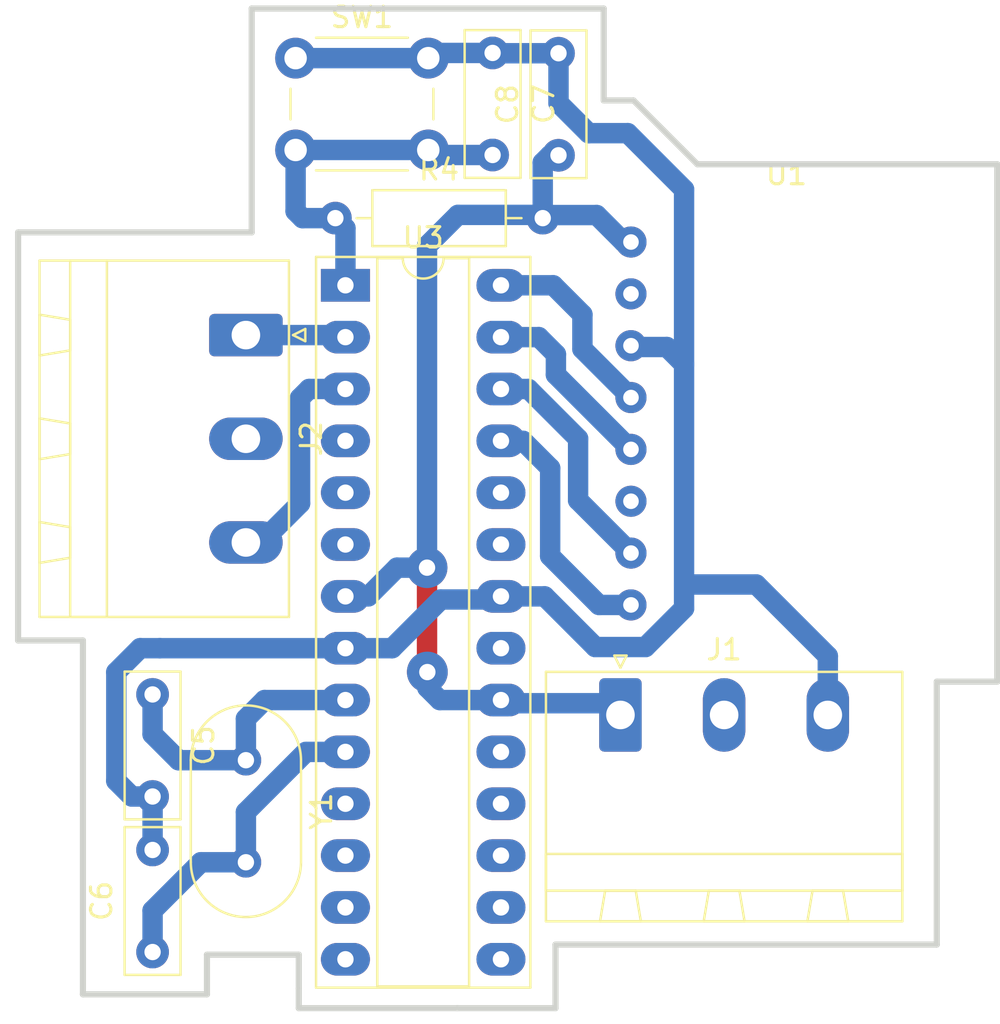
<source format=kicad_pcb>
(kicad_pcb (version 20171130) (host pcbnew "(5.1.6)-1")

  (general
    (thickness 1.6)
    (drawings 22)
    (tracks 103)
    (zones 0)
    (modules 11)
    (nets 31)
  )

  (page A4)
  (layers
    (0 F.Cu signal)
    (31 B.Cu signal)
    (32 B.Adhes user)
    (33 F.Adhes user)
    (34 B.Paste user)
    (35 F.Paste user)
    (36 B.SilkS user)
    (37 F.SilkS user)
    (38 B.Mask user)
    (39 F.Mask user)
    (40 Dwgs.User user)
    (41 Cmts.User user)
    (42 Eco1.User user)
    (43 Eco2.User user)
    (44 Edge.Cuts user)
    (45 Margin user)
    (46 B.CrtYd user)
    (47 F.CrtYd user)
    (48 B.Fab user)
    (49 F.Fab user)
  )

  (setup
    (last_trace_width 1)
    (user_trace_width 1)
    (trace_clearance 0.2)
    (zone_clearance 0.508)
    (zone_45_only no)
    (trace_min 0.2)
    (via_size 0.8)
    (via_drill 0.4)
    (via_min_size 0.4)
    (via_min_drill 0.3)
    (user_via 2 0.8)
    (uvia_size 0.3)
    (uvia_drill 0.1)
    (uvias_allowed no)
    (uvia_min_size 0.2)
    (uvia_min_drill 0.1)
    (edge_width 0.3)
    (segment_width 0.2)
    (pcb_text_width 0.3)
    (pcb_text_size 1.5 1.5)
    (mod_edge_width 0.12)
    (mod_text_size 1 1)
    (mod_text_width 0.15)
    (pad_size 1.524 1.524)
    (pad_drill 0.762)
    (pad_to_mask_clearance 0.05)
    (aux_axis_origin 0 0)
    (visible_elements FFFFFF7F)
    (pcbplotparams
      (layerselection 0x010fc_ffffffff)
      (usegerberextensions false)
      (usegerberattributes true)
      (usegerberadvancedattributes true)
      (creategerberjobfile true)
      (excludeedgelayer true)
      (linewidth 0.100000)
      (plotframeref false)
      (viasonmask false)
      (mode 1)
      (useauxorigin false)
      (hpglpennumber 1)
      (hpglpenspeed 20)
      (hpglpendiameter 15.000000)
      (psnegative false)
      (psa4output false)
      (plotreference true)
      (plotvalue true)
      (plotinvisibletext false)
      (padsonsilk false)
      (subtractmaskfromsilk false)
      (outputformat 1)
      (mirror false)
      (drillshape 1)
      (scaleselection 1)
      (outputdirectory ""))
  )

  (net 0 "")
  (net 1 /GND)
  (net 2 "Net-(C5-Pad1)")
  (net 3 "Net-(C6-Pad1)")
  (net 4 "Net-(C7-Pad2)")
  (net 5 /5V)
  (net 6 "Net-(J1-Pad2)")
  (net 7 /TX)
  (net 8 "Net-(J2-Pad2)")
  (net 9 /RX)
  (net 10 "Net-(U1-Pad2)")
  (net 11 /SCL)
  (net 12 /SDA)
  (net 13 "Net-(U1-Pad6)")
  (net 14 /INTA)
  (net 15 /DRDY)
  (net 16 "Net-(U3-Pad15)")
  (net 17 "Net-(U3-Pad16)")
  (net 18 "Net-(U3-Pad17)")
  (net 19 "Net-(U3-Pad4)")
  (net 20 "Net-(U3-Pad18)")
  (net 21 "Net-(U3-Pad5)")
  (net 22 "Net-(U3-Pad19)")
  (net 23 "Net-(U3-Pad6)")
  (net 24 "Net-(U3-Pad21)")
  (net 25 "Net-(U3-Pad23)")
  (net 26 "Net-(U3-Pad24)")
  (net 27 "Net-(U3-Pad11)")
  (net 28 "Net-(U3-Pad12)")
  (net 29 "Net-(U3-Pad13)")
  (net 30 "Net-(U3-Pad14)")

  (net_class Default "This is the default net class."
    (clearance 0.2)
    (trace_width 0.25)
    (via_dia 0.8)
    (via_drill 0.4)
    (uvia_dia 0.3)
    (uvia_drill 0.1)
    (add_net /5V)
    (add_net /DRDY)
    (add_net /GND)
    (add_net /INTA)
    (add_net /RX)
    (add_net /SCL)
    (add_net /SDA)
    (add_net /TX)
    (add_net "Net-(C5-Pad1)")
    (add_net "Net-(C6-Pad1)")
    (add_net "Net-(C7-Pad2)")
    (add_net "Net-(J1-Pad2)")
    (add_net "Net-(J2-Pad2)")
    (add_net "Net-(U1-Pad2)")
    (add_net "Net-(U1-Pad6)")
    (add_net "Net-(U3-Pad11)")
    (add_net "Net-(U3-Pad12)")
    (add_net "Net-(U3-Pad13)")
    (add_net "Net-(U3-Pad14)")
    (add_net "Net-(U3-Pad15)")
    (add_net "Net-(U3-Pad16)")
    (add_net "Net-(U3-Pad17)")
    (add_net "Net-(U3-Pad18)")
    (add_net "Net-(U3-Pad19)")
    (add_net "Net-(U3-Pad21)")
    (add_net "Net-(U3-Pad23)")
    (add_net "Net-(U3-Pad24)")
    (add_net "Net-(U3-Pad4)")
    (add_net "Net-(U3-Pad5)")
    (add_net "Net-(U3-Pad6)")
  )

  (module Capacitor_THT:C_Disc_D7.0mm_W2.5mm_P5.00mm (layer F.Cu) (tedit 5AE50EF0) (tstamp 5FCCE448)
    (at 116.078 83.392 270)
    (descr "C, Disc series, Radial, pin pitch=5.00mm, , diameter*width=7*2.5mm^2, Capacitor, http://cdn-reichelt.de/documents/datenblatt/B300/DS_KERKO_TC.pdf")
    (tags "C Disc series Radial pin pitch 5.00mm  diameter 7mm width 2.5mm Capacitor")
    (path /5F0302DD)
    (fp_text reference C5 (at 2.5 -2.5 90) (layer F.SilkS)
      (effects (font (size 1 1) (thickness 0.15)))
    )
    (fp_text value 22P (at 2.5 2.5 90) (layer F.Fab)
      (effects (font (size 1 1) (thickness 0.15)))
    )
    (fp_text user %R (at 2.5 0 90) (layer F.Fab)
      (effects (font (size 1 1) (thickness 0.15)))
    )
    (fp_line (start -1 -1.25) (end -1 1.25) (layer F.Fab) (width 0.1))
    (fp_line (start -1 1.25) (end 6 1.25) (layer F.Fab) (width 0.1))
    (fp_line (start 6 1.25) (end 6 -1.25) (layer F.Fab) (width 0.1))
    (fp_line (start 6 -1.25) (end -1 -1.25) (layer F.Fab) (width 0.1))
    (fp_line (start -1.12 -1.37) (end 6.12 -1.37) (layer F.SilkS) (width 0.12))
    (fp_line (start -1.12 1.37) (end 6.12 1.37) (layer F.SilkS) (width 0.12))
    (fp_line (start -1.12 -1.37) (end -1.12 1.37) (layer F.SilkS) (width 0.12))
    (fp_line (start 6.12 -1.37) (end 6.12 1.37) (layer F.SilkS) (width 0.12))
    (fp_line (start -1.25 -1.5) (end -1.25 1.5) (layer F.CrtYd) (width 0.05))
    (fp_line (start -1.25 1.5) (end 6.25 1.5) (layer F.CrtYd) (width 0.05))
    (fp_line (start 6.25 1.5) (end 6.25 -1.5) (layer F.CrtYd) (width 0.05))
    (fp_line (start 6.25 -1.5) (end -1.25 -1.5) (layer F.CrtYd) (width 0.05))
    (pad 2 thru_hole circle (at 5 0 270) (size 1.6 1.6) (drill 0.8) (layers *.Cu *.Mask)
      (net 1 /GND))
    (pad 1 thru_hole circle (at 0 0 270) (size 1.6 1.6) (drill 0.8) (layers *.Cu *.Mask)
      (net 2 "Net-(C5-Pad1)"))
    (model ${KISYS3DMOD}/Capacitor_THT.3dshapes/C_Disc_D7.0mm_W2.5mm_P5.00mm.wrl
      (at (xyz 0 0 0))
      (scale (xyz 1 1 1))
      (rotate (xyz 0 0 0))
    )
  )

  (module Capacitor_THT:C_Disc_D7.0mm_W2.5mm_P5.00mm (layer F.Cu) (tedit 5AE50EF0) (tstamp 5FCCE45B)
    (at 116.078 96.012 90)
    (descr "C, Disc series, Radial, pin pitch=5.00mm, , diameter*width=7*2.5mm^2, Capacitor, http://cdn-reichelt.de/documents/datenblatt/B300/DS_KERKO_TC.pdf")
    (tags "C Disc series Radial pin pitch 5.00mm  diameter 7mm width 2.5mm Capacitor")
    (path /5F0302D7)
    (fp_text reference C6 (at 2.5 -2.5 90) (layer F.SilkS)
      (effects (font (size 1 1) (thickness 0.15)))
    )
    (fp_text value 22P (at 2.5 2.5 90) (layer F.Fab)
      (effects (font (size 1 1) (thickness 0.15)))
    )
    (fp_line (start 6.25 -1.5) (end -1.25 -1.5) (layer F.CrtYd) (width 0.05))
    (fp_line (start 6.25 1.5) (end 6.25 -1.5) (layer F.CrtYd) (width 0.05))
    (fp_line (start -1.25 1.5) (end 6.25 1.5) (layer F.CrtYd) (width 0.05))
    (fp_line (start -1.25 -1.5) (end -1.25 1.5) (layer F.CrtYd) (width 0.05))
    (fp_line (start 6.12 -1.37) (end 6.12 1.37) (layer F.SilkS) (width 0.12))
    (fp_line (start -1.12 -1.37) (end -1.12 1.37) (layer F.SilkS) (width 0.12))
    (fp_line (start -1.12 1.37) (end 6.12 1.37) (layer F.SilkS) (width 0.12))
    (fp_line (start -1.12 -1.37) (end 6.12 -1.37) (layer F.SilkS) (width 0.12))
    (fp_line (start 6 -1.25) (end -1 -1.25) (layer F.Fab) (width 0.1))
    (fp_line (start 6 1.25) (end 6 -1.25) (layer F.Fab) (width 0.1))
    (fp_line (start -1 1.25) (end 6 1.25) (layer F.Fab) (width 0.1))
    (fp_line (start -1 -1.25) (end -1 1.25) (layer F.Fab) (width 0.1))
    (fp_text user %R (at 2.5 0 90) (layer F.Fab)
      (effects (font (size 1 1) (thickness 0.15)))
    )
    (pad 1 thru_hole circle (at 0 0 90) (size 1.6 1.6) (drill 0.8) (layers *.Cu *.Mask)
      (net 3 "Net-(C6-Pad1)"))
    (pad 2 thru_hole circle (at 5 0 90) (size 1.6 1.6) (drill 0.8) (layers *.Cu *.Mask)
      (net 1 /GND))
    (model ${KISYS3DMOD}/Capacitor_THT.3dshapes/C_Disc_D7.0mm_W2.5mm_P5.00mm.wrl
      (at (xyz 0 0 0))
      (scale (xyz 1 1 1))
      (rotate (xyz 0 0 0))
    )
  )

  (module Capacitor_THT:C_Disc_D7.0mm_W2.5mm_P5.00mm (layer F.Cu) (tedit 5AE50EF0) (tstamp 5FCCE46E)
    (at 132.73786 51.96332 270)
    (descr "C, Disc series, Radial, pin pitch=5.00mm, , diameter*width=7*2.5mm^2, Capacitor, http://cdn-reichelt.de/documents/datenblatt/B300/DS_KERKO_TC.pdf")
    (tags "C Disc series Radial pin pitch 5.00mm  diameter 7mm width 2.5mm Capacitor")
    (path /5F03030C)
    (fp_text reference C7 (at 2.5 -2.5 90) (layer F.SilkS)
      (effects (font (size 1 1) (thickness 0.15)))
    )
    (fp_text value 104 (at 2.5 2.5 90) (layer F.Fab)
      (effects (font (size 1 1) (thickness 0.15)))
    )
    (fp_text user %R (at 2.5 0 90) (layer F.Fab)
      (effects (font (size 1 1) (thickness 0.15)))
    )
    (fp_line (start -1 -1.25) (end -1 1.25) (layer F.Fab) (width 0.1))
    (fp_line (start -1 1.25) (end 6 1.25) (layer F.Fab) (width 0.1))
    (fp_line (start 6 1.25) (end 6 -1.25) (layer F.Fab) (width 0.1))
    (fp_line (start 6 -1.25) (end -1 -1.25) (layer F.Fab) (width 0.1))
    (fp_line (start -1.12 -1.37) (end 6.12 -1.37) (layer F.SilkS) (width 0.12))
    (fp_line (start -1.12 1.37) (end 6.12 1.37) (layer F.SilkS) (width 0.12))
    (fp_line (start -1.12 -1.37) (end -1.12 1.37) (layer F.SilkS) (width 0.12))
    (fp_line (start 6.12 -1.37) (end 6.12 1.37) (layer F.SilkS) (width 0.12))
    (fp_line (start -1.25 -1.5) (end -1.25 1.5) (layer F.CrtYd) (width 0.05))
    (fp_line (start -1.25 1.5) (end 6.25 1.5) (layer F.CrtYd) (width 0.05))
    (fp_line (start 6.25 1.5) (end 6.25 -1.5) (layer F.CrtYd) (width 0.05))
    (fp_line (start 6.25 -1.5) (end -1.25 -1.5) (layer F.CrtYd) (width 0.05))
    (pad 2 thru_hole circle (at 5 0 270) (size 1.6 1.6) (drill 0.8) (layers *.Cu *.Mask)
      (net 4 "Net-(C7-Pad2)"))
    (pad 1 thru_hole circle (at 0 0 270) (size 1.6 1.6) (drill 0.8) (layers *.Cu *.Mask)
      (net 1 /GND))
    (model ${KISYS3DMOD}/Capacitor_THT.3dshapes/C_Disc_D7.0mm_W2.5mm_P5.00mm.wrl
      (at (xyz 0 0 0))
      (scale (xyz 1 1 1))
      (rotate (xyz 0 0 0))
    )
  )

  (module Capacitor_THT:C_Disc_D7.0mm_W2.5mm_P5.00mm (layer F.Cu) (tedit 5AE50EF0) (tstamp 5FCCE481)
    (at 135.9662 56.97728 90)
    (descr "C, Disc series, Radial, pin pitch=5.00mm, , diameter*width=7*2.5mm^2, Capacitor, http://cdn-reichelt.de/documents/datenblatt/B300/DS_KERKO_TC.pdf")
    (tags "C Disc series Radial pin pitch 5.00mm  diameter 7mm width 2.5mm Capacitor")
    (path /5F0302B9)
    (fp_text reference C8 (at 2.5 -2.5 90) (layer F.SilkS)
      (effects (font (size 1 1) (thickness 0.15)))
    )
    (fp_text value 0.1UF (at 2.5 2.5 90) (layer F.Fab)
      (effects (font (size 1 1) (thickness 0.15)))
    )
    (fp_line (start 6.25 -1.5) (end -1.25 -1.5) (layer F.CrtYd) (width 0.05))
    (fp_line (start 6.25 1.5) (end 6.25 -1.5) (layer F.CrtYd) (width 0.05))
    (fp_line (start -1.25 1.5) (end 6.25 1.5) (layer F.CrtYd) (width 0.05))
    (fp_line (start -1.25 -1.5) (end -1.25 1.5) (layer F.CrtYd) (width 0.05))
    (fp_line (start 6.12 -1.37) (end 6.12 1.37) (layer F.SilkS) (width 0.12))
    (fp_line (start -1.12 -1.37) (end -1.12 1.37) (layer F.SilkS) (width 0.12))
    (fp_line (start -1.12 1.37) (end 6.12 1.37) (layer F.SilkS) (width 0.12))
    (fp_line (start -1.12 -1.37) (end 6.12 -1.37) (layer F.SilkS) (width 0.12))
    (fp_line (start 6 -1.25) (end -1 -1.25) (layer F.Fab) (width 0.1))
    (fp_line (start 6 1.25) (end 6 -1.25) (layer F.Fab) (width 0.1))
    (fp_line (start -1 1.25) (end 6 1.25) (layer F.Fab) (width 0.1))
    (fp_line (start -1 -1.25) (end -1 1.25) (layer F.Fab) (width 0.1))
    (fp_text user %R (at 2.5 0 90) (layer F.Fab)
      (effects (font (size 1 1) (thickness 0.15)))
    )
    (pad 1 thru_hole circle (at 0 0 90) (size 1.6 1.6) (drill 0.8) (layers *.Cu *.Mask)
      (net 5 /5V))
    (pad 2 thru_hole circle (at 5 0 90) (size 1.6 1.6) (drill 0.8) (layers *.Cu *.Mask)
      (net 1 /GND))
    (model ${KISYS3DMOD}/Capacitor_THT.3dshapes/C_Disc_D7.0mm_W2.5mm_P5.00mm.wrl
      (at (xyz 0 0 0))
      (scale (xyz 1 1 1))
      (rotate (xyz 0 0 0))
    )
  )

  (module Connector_Phoenix_MSTB:PhoenixContact_MSTBA_2,5_3-G-5,08_1x03_P5.08mm_Horizontal (layer F.Cu) (tedit 5B785047) (tstamp 5FCCE4AA)
    (at 139.0015 84.39658)
    (descr "Generic Phoenix Contact connector footprint for: MSTBA_2,5/3-G-5,08; number of pins: 03; pin pitch: 5.08mm; Angled || order number: 1757255 12A || order number: 1923872 16A (HC)")
    (tags "phoenix_contact connector MSTBA_01x03_G_5.08mm")
    (path /5FCD3352)
    (fp_text reference J1 (at 5.08 -3.2) (layer F.SilkS)
      (effects (font (size 1 1) (thickness 0.15)))
    )
    (fp_text value PW_IN (at 5.08 11.2) (layer F.Fab)
      (effects (font (size 1 1) (thickness 0.15)))
    )
    (fp_line (start 0 -0.5) (end -0.95 -2) (layer F.Fab) (width 0.1))
    (fp_line (start 0.95 -2) (end 0 -0.5) (layer F.Fab) (width 0.1))
    (fp_line (start -0.3 -2.91) (end 0.3 -2.91) (layer F.SilkS) (width 0.12))
    (fp_line (start 0 -2.31) (end -0.3 -2.91) (layer F.SilkS) (width 0.12))
    (fp_line (start 0.3 -2.91) (end 0 -2.31) (layer F.SilkS) (width 0.12))
    (fp_line (start 14.2 -2.5) (end -4.04 -2.5) (layer F.CrtYd) (width 0.05))
    (fp_line (start 14.2 10.5) (end 14.2 -2.5) (layer F.CrtYd) (width 0.05))
    (fp_line (start -4.04 10.5) (end 14.2 10.5) (layer F.CrtYd) (width 0.05))
    (fp_line (start -4.04 -2.5) (end -4.04 10.5) (layer F.CrtYd) (width 0.05))
    (fp_line (start 9.41 8.61) (end 9.16 10.11) (layer F.SilkS) (width 0.12))
    (fp_line (start 10.91 8.61) (end 9.41 8.61) (layer F.SilkS) (width 0.12))
    (fp_line (start 11.16 10.11) (end 10.91 8.61) (layer F.SilkS) (width 0.12))
    (fp_line (start 9.16 10.11) (end 11.16 10.11) (layer F.SilkS) (width 0.12))
    (fp_line (start 4.33 8.61) (end 4.08 10.11) (layer F.SilkS) (width 0.12))
    (fp_line (start 5.83 8.61) (end 4.33 8.61) (layer F.SilkS) (width 0.12))
    (fp_line (start 6.08 10.11) (end 5.83 8.61) (layer F.SilkS) (width 0.12))
    (fp_line (start 4.08 10.11) (end 6.08 10.11) (layer F.SilkS) (width 0.12))
    (fp_line (start -0.75 8.61) (end -1 10.11) (layer F.SilkS) (width 0.12))
    (fp_line (start 0.75 8.61) (end -0.75 8.61) (layer F.SilkS) (width 0.12))
    (fp_line (start 1 10.11) (end 0.75 8.61) (layer F.SilkS) (width 0.12))
    (fp_line (start -1 10.11) (end 1 10.11) (layer F.SilkS) (width 0.12))
    (fp_line (start 13.81 8.61) (end -3.65 8.61) (layer F.SilkS) (width 0.12))
    (fp_line (start 13.81 6.81) (end 13.81 8.61) (layer F.SilkS) (width 0.12))
    (fp_line (start -3.65 6.81) (end 13.81 6.81) (layer F.SilkS) (width 0.12))
    (fp_line (start -3.65 8.61) (end -3.65 6.81) (layer F.SilkS) (width 0.12))
    (fp_line (start 13.7 -2) (end -3.54 -2) (layer F.Fab) (width 0.1))
    (fp_line (start 13.7 10) (end 13.7 -2) (layer F.Fab) (width 0.1))
    (fp_line (start -3.54 10) (end 13.7 10) (layer F.Fab) (width 0.1))
    (fp_line (start -3.54 -2) (end -3.54 10) (layer F.Fab) (width 0.1))
    (fp_line (start 13.81 -2.11) (end -3.65 -2.11) (layer F.SilkS) (width 0.12))
    (fp_line (start 13.81 10.11) (end 13.81 -2.11) (layer F.SilkS) (width 0.12))
    (fp_line (start -3.65 10.11) (end 13.81 10.11) (layer F.SilkS) (width 0.12))
    (fp_line (start -3.65 -2.11) (end -3.65 10.11) (layer F.SilkS) (width 0.12))
    (fp_text user %R (at 5.08 -1.3) (layer F.Fab)
      (effects (font (size 1 1) (thickness 0.15)))
    )
    (pad 1 thru_hole roundrect (at 0 0) (size 2.08 3.6) (drill 1.4) (layers *.Cu *.Mask) (roundrect_rratio 0.120192)
      (net 5 /5V))
    (pad 2 thru_hole oval (at 5.08 0) (size 2.08 3.6) (drill 1.4) (layers *.Cu *.Mask)
      (net 6 "Net-(J1-Pad2)"))
    (pad 3 thru_hole oval (at 10.16 0) (size 2.08 3.6) (drill 1.4) (layers *.Cu *.Mask)
      (net 1 /GND))
    (model ${KISYS3DMOD}/Connector_Phoenix_MSTB.3dshapes/PhoenixContact_MSTBA_2,5_3-G-5,08_1x03_P5.08mm_Horizontal.wrl
      (at (xyz 0 0 0))
      (scale (xyz 1 1 1))
      (rotate (xyz 0 0 0))
    )
  )

  (module Connector_Phoenix_MSTB:PhoenixContact_MSTBA_2,5_3-G-5,08_1x03_P5.08mm_Horizontal (layer F.Cu) (tedit 5B785047) (tstamp 5FCCE4D3)
    (at 120.65 65.786 270)
    (descr "Generic Phoenix Contact connector footprint for: MSTBA_2,5/3-G-5,08; number of pins: 03; pin pitch: 5.08mm; Angled || order number: 1757255 12A || order number: 1923872 16A (HC)")
    (tags "phoenix_contact connector MSTBA_01x03_G_5.08mm")
    (path /5FD04F26)
    (fp_text reference J2 (at 5.08 -3.2 90) (layer F.SilkS)
      (effects (font (size 1 1) (thickness 0.15)))
    )
    (fp_text value COM_OUT (at 5.08 11.2 90) (layer F.Fab)
      (effects (font (size 1 1) (thickness 0.15)))
    )
    (fp_text user %R (at 5.08 -1.3 90) (layer F.Fab)
      (effects (font (size 1 1) (thickness 0.15)))
    )
    (fp_line (start -3.65 -2.11) (end -3.65 10.11) (layer F.SilkS) (width 0.12))
    (fp_line (start -3.65 10.11) (end 13.81 10.11) (layer F.SilkS) (width 0.12))
    (fp_line (start 13.81 10.11) (end 13.81 -2.11) (layer F.SilkS) (width 0.12))
    (fp_line (start 13.81 -2.11) (end -3.65 -2.11) (layer F.SilkS) (width 0.12))
    (fp_line (start -3.54 -2) (end -3.54 10) (layer F.Fab) (width 0.1))
    (fp_line (start -3.54 10) (end 13.7 10) (layer F.Fab) (width 0.1))
    (fp_line (start 13.7 10) (end 13.7 -2) (layer F.Fab) (width 0.1))
    (fp_line (start 13.7 -2) (end -3.54 -2) (layer F.Fab) (width 0.1))
    (fp_line (start -3.65 8.61) (end -3.65 6.81) (layer F.SilkS) (width 0.12))
    (fp_line (start -3.65 6.81) (end 13.81 6.81) (layer F.SilkS) (width 0.12))
    (fp_line (start 13.81 6.81) (end 13.81 8.61) (layer F.SilkS) (width 0.12))
    (fp_line (start 13.81 8.61) (end -3.65 8.61) (layer F.SilkS) (width 0.12))
    (fp_line (start -1 10.11) (end 1 10.11) (layer F.SilkS) (width 0.12))
    (fp_line (start 1 10.11) (end 0.75 8.61) (layer F.SilkS) (width 0.12))
    (fp_line (start 0.75 8.61) (end -0.75 8.61) (layer F.SilkS) (width 0.12))
    (fp_line (start -0.75 8.61) (end -1 10.11) (layer F.SilkS) (width 0.12))
    (fp_line (start 4.08 10.11) (end 6.08 10.11) (layer F.SilkS) (width 0.12))
    (fp_line (start 6.08 10.11) (end 5.83 8.61) (layer F.SilkS) (width 0.12))
    (fp_line (start 5.83 8.61) (end 4.33 8.61) (layer F.SilkS) (width 0.12))
    (fp_line (start 4.33 8.61) (end 4.08 10.11) (layer F.SilkS) (width 0.12))
    (fp_line (start 9.16 10.11) (end 11.16 10.11) (layer F.SilkS) (width 0.12))
    (fp_line (start 11.16 10.11) (end 10.91 8.61) (layer F.SilkS) (width 0.12))
    (fp_line (start 10.91 8.61) (end 9.41 8.61) (layer F.SilkS) (width 0.12))
    (fp_line (start 9.41 8.61) (end 9.16 10.11) (layer F.SilkS) (width 0.12))
    (fp_line (start -4.04 -2.5) (end -4.04 10.5) (layer F.CrtYd) (width 0.05))
    (fp_line (start -4.04 10.5) (end 14.2 10.5) (layer F.CrtYd) (width 0.05))
    (fp_line (start 14.2 10.5) (end 14.2 -2.5) (layer F.CrtYd) (width 0.05))
    (fp_line (start 14.2 -2.5) (end -4.04 -2.5) (layer F.CrtYd) (width 0.05))
    (fp_line (start 0.3 -2.91) (end 0 -2.31) (layer F.SilkS) (width 0.12))
    (fp_line (start 0 -2.31) (end -0.3 -2.91) (layer F.SilkS) (width 0.12))
    (fp_line (start -0.3 -2.91) (end 0.3 -2.91) (layer F.SilkS) (width 0.12))
    (fp_line (start 0.95 -2) (end 0 -0.5) (layer F.Fab) (width 0.1))
    (fp_line (start 0 -0.5) (end -0.95 -2) (layer F.Fab) (width 0.1))
    (pad 3 thru_hole oval (at 10.16 0 270) (size 2.08 3.6) (drill 1.4) (layers *.Cu *.Mask)
      (net 7 /TX))
    (pad 2 thru_hole oval (at 5.08 0 270) (size 2.08 3.6) (drill 1.4) (layers *.Cu *.Mask)
      (net 8 "Net-(J2-Pad2)"))
    (pad 1 thru_hole roundrect (at 0 0 270) (size 2.08 3.6) (drill 1.4) (layers *.Cu *.Mask) (roundrect_rratio 0.120192)
      (net 9 /RX))
    (model ${KISYS3DMOD}/Connector_Phoenix_MSTB.3dshapes/PhoenixContact_MSTBA_2,5_3-G-5,08_1x03_P5.08mm_Horizontal.wrl
      (at (xyz 0 0 0))
      (scale (xyz 1 1 1))
      (rotate (xyz 0 0 0))
    )
  )

  (module Resistor_THT:R_Axial_DIN0207_L6.3mm_D2.5mm_P10.16mm_Horizontal (layer F.Cu) (tedit 5AE5139B) (tstamp 5FCCE4EA)
    (at 125.03404 60.05576)
    (descr "Resistor, Axial_DIN0207 series, Axial, Horizontal, pin pitch=10.16mm, 0.25W = 1/4W, length*diameter=6.3*2.5mm^2, http://cdn-reichelt.de/documents/datenblatt/B400/1_4W%23YAG.pdf")
    (tags "Resistor Axial_DIN0207 series Axial Horizontal pin pitch 10.16mm 0.25W = 1/4W length 6.3mm diameter 2.5mm")
    (path /5F0302FA)
    (fp_text reference R4 (at 5.08 -2.37) (layer F.SilkS)
      (effects (font (size 1 1) (thickness 0.15)))
    )
    (fp_text value 10K (at 5.08 2.37) (layer F.Fab)
      (effects (font (size 1 1) (thickness 0.15)))
    )
    (fp_line (start 11.21 -1.5) (end -1.05 -1.5) (layer F.CrtYd) (width 0.05))
    (fp_line (start 11.21 1.5) (end 11.21 -1.5) (layer F.CrtYd) (width 0.05))
    (fp_line (start -1.05 1.5) (end 11.21 1.5) (layer F.CrtYd) (width 0.05))
    (fp_line (start -1.05 -1.5) (end -1.05 1.5) (layer F.CrtYd) (width 0.05))
    (fp_line (start 9.12 0) (end 8.35 0) (layer F.SilkS) (width 0.12))
    (fp_line (start 1.04 0) (end 1.81 0) (layer F.SilkS) (width 0.12))
    (fp_line (start 8.35 -1.37) (end 1.81 -1.37) (layer F.SilkS) (width 0.12))
    (fp_line (start 8.35 1.37) (end 8.35 -1.37) (layer F.SilkS) (width 0.12))
    (fp_line (start 1.81 1.37) (end 8.35 1.37) (layer F.SilkS) (width 0.12))
    (fp_line (start 1.81 -1.37) (end 1.81 1.37) (layer F.SilkS) (width 0.12))
    (fp_line (start 10.16 0) (end 8.23 0) (layer F.Fab) (width 0.1))
    (fp_line (start 0 0) (end 1.93 0) (layer F.Fab) (width 0.1))
    (fp_line (start 8.23 -1.25) (end 1.93 -1.25) (layer F.Fab) (width 0.1))
    (fp_line (start 8.23 1.25) (end 8.23 -1.25) (layer F.Fab) (width 0.1))
    (fp_line (start 1.93 1.25) (end 8.23 1.25) (layer F.Fab) (width 0.1))
    (fp_line (start 1.93 -1.25) (end 1.93 1.25) (layer F.Fab) (width 0.1))
    (fp_text user %R (at 5.08 0) (layer F.Fab)
      (effects (font (size 1 1) (thickness 0.15)))
    )
    (pad 1 thru_hole circle (at 0 0) (size 1.6 1.6) (drill 0.8) (layers *.Cu *.Mask)
      (net 4 "Net-(C7-Pad2)"))
    (pad 2 thru_hole oval (at 10.16 0) (size 1.6 1.6) (drill 0.8) (layers *.Cu *.Mask)
      (net 5 /5V))
    (model ${KISYS3DMOD}/Resistor_THT.3dshapes/R_Axial_DIN0207_L6.3mm_D2.5mm_P10.16mm_Horizontal.wrl
      (at (xyz 0 0 0))
      (scale (xyz 1 1 1))
      (rotate (xyz 0 0 0))
    )
  )

  (module Button_Switch_THT:SW_PUSH_6mm_H7.3mm (layer F.Cu) (tedit 5A02FE31) (tstamp 5FCCE509)
    (at 123.08586 52.21732)
    (descr "tactile push button, 6x6mm e.g. PHAP33xx series, height=7.3mm")
    (tags "tact sw push 6mm")
    (path /5F0302F4)
    (fp_text reference SW1 (at 3.25 -2) (layer F.SilkS)
      (effects (font (size 1 1) (thickness 0.15)))
    )
    (fp_text value SW_Push (at 3.75 6.7) (layer F.Fab)
      (effects (font (size 1 1) (thickness 0.15)))
    )
    (fp_circle (center 3.25 2.25) (end 1.25 2.5) (layer F.Fab) (width 0.1))
    (fp_line (start 6.75 3) (end 6.75 1.5) (layer F.SilkS) (width 0.12))
    (fp_line (start 5.5 -1) (end 1 -1) (layer F.SilkS) (width 0.12))
    (fp_line (start -0.25 1.5) (end -0.25 3) (layer F.SilkS) (width 0.12))
    (fp_line (start 1 5.5) (end 5.5 5.5) (layer F.SilkS) (width 0.12))
    (fp_line (start 8 -1.25) (end 8 5.75) (layer F.CrtYd) (width 0.05))
    (fp_line (start 7.75 6) (end -1.25 6) (layer F.CrtYd) (width 0.05))
    (fp_line (start -1.5 5.75) (end -1.5 -1.25) (layer F.CrtYd) (width 0.05))
    (fp_line (start -1.25 -1.5) (end 7.75 -1.5) (layer F.CrtYd) (width 0.05))
    (fp_line (start -1.5 6) (end -1.25 6) (layer F.CrtYd) (width 0.05))
    (fp_line (start -1.5 5.75) (end -1.5 6) (layer F.CrtYd) (width 0.05))
    (fp_line (start -1.5 -1.5) (end -1.25 -1.5) (layer F.CrtYd) (width 0.05))
    (fp_line (start -1.5 -1.25) (end -1.5 -1.5) (layer F.CrtYd) (width 0.05))
    (fp_line (start 8 -1.5) (end 8 -1.25) (layer F.CrtYd) (width 0.05))
    (fp_line (start 7.75 -1.5) (end 8 -1.5) (layer F.CrtYd) (width 0.05))
    (fp_line (start 8 6) (end 8 5.75) (layer F.CrtYd) (width 0.05))
    (fp_line (start 7.75 6) (end 8 6) (layer F.CrtYd) (width 0.05))
    (fp_line (start 0.25 -0.75) (end 3.25 -0.75) (layer F.Fab) (width 0.1))
    (fp_line (start 0.25 5.25) (end 0.25 -0.75) (layer F.Fab) (width 0.1))
    (fp_line (start 6.25 5.25) (end 0.25 5.25) (layer F.Fab) (width 0.1))
    (fp_line (start 6.25 -0.75) (end 6.25 5.25) (layer F.Fab) (width 0.1))
    (fp_line (start 3.25 -0.75) (end 6.25 -0.75) (layer F.Fab) (width 0.1))
    (fp_text user %R (at 3.25 2.25) (layer F.Fab)
      (effects (font (size 1 1) (thickness 0.15)))
    )
    (pad 2 thru_hole circle (at 0 4.5 90) (size 2 2) (drill 1.1) (layers *.Cu *.Mask)
      (net 4 "Net-(C7-Pad2)"))
    (pad 1 thru_hole circle (at 0 0 90) (size 2 2) (drill 1.1) (layers *.Cu *.Mask)
      (net 1 /GND))
    (pad 2 thru_hole circle (at 6.5 4.5 90) (size 2 2) (drill 1.1) (layers *.Cu *.Mask)
      (net 4 "Net-(C7-Pad2)"))
    (pad 1 thru_hole circle (at 6.5 0 90) (size 2 2) (drill 1.1) (layers *.Cu *.Mask)
      (net 1 /GND))
    (model ${KISYS3DMOD}/Button_Switch_THT.3dshapes/SW_PUSH_6mm_H7.3mm.wrl
      (at (xyz 0 0 0))
      (scale (xyz 1 1 1))
      (rotate (xyz 0 0 0))
    )
  )

  (module Giro_ESP_Platform:Giro_Module (layer F.Cu) (tedit 5FCCCEEC) (tstamp 5FCCE51A)
    (at 139.51712 57.4167)
    (path /5FCCE97D)
    (fp_text reference U1 (at 7.62 0.5) (layer F.SilkS)
      (effects (font (size 1 1) (thickness 0.15)))
    )
    (fp_text value Giro_Module (at 7.62 -1.27) (layer F.Fab)
      (effects (font (size 1 1) (thickness 0.15)))
    )
    (fp_circle (center 13.97 3.81) (end 13.97 5.08) (layer Eco2.User) (width 0.12))
    (fp_line (start 16.51 1.27) (end -1.27 1.27) (layer F.Fab) (width 0.12))
    (fp_line (start 16.51 24.13) (end 16.51 1.27) (layer F.Fab) (width 0.12))
    (fp_line (start -1.27 24.13) (end 16.51 24.13) (layer F.Fab) (width 0.12))
    (fp_line (start -1.27 1.27) (end -1.27 24.13) (layer F.Fab) (width 0.12))
    (pad 1 thru_hole circle (at 0 3.81) (size 1.524 1.524) (drill 0.762) (layers *.Cu *.Mask)
      (net 5 /5V))
    (pad 2 thru_hole circle (at 0 6.35) (size 1.524 1.524) (drill 0.762) (layers *.Cu *.Mask)
      (net 10 "Net-(U1-Pad2)"))
    (pad 3 thru_hole circle (at 0 8.89) (size 1.524 1.524) (drill 0.762) (layers *.Cu *.Mask)
      (net 1 /GND))
    (pad 4 thru_hole circle (at 0 11.43) (size 1.524 1.524) (drill 0.762) (layers *.Cu *.Mask)
      (net 11 /SCL))
    (pad 5 thru_hole circle (at 0 13.97) (size 1.524 1.524) (drill 0.762) (layers *.Cu *.Mask)
      (net 12 /SDA))
    (pad 6 thru_hole circle (at 0 16.51) (size 1.524 1.524) (drill 0.762) (layers *.Cu *.Mask)
      (net 13 "Net-(U1-Pad6)"))
    (pad 7 thru_hole circle (at 0 19.05) (size 1.524 1.524) (drill 0.762) (layers *.Cu *.Mask)
      (net 14 /INTA))
    (pad 8 thru_hole circle (at 0 21.59) (size 1.524 1.524) (drill 0.762) (layers *.Cu *.Mask)
      (net 15 /DRDY))
  )

  (module Package_DIP:DIP-28_W7.62mm_Socket_LongPads (layer F.Cu) (tedit 5A02E8C5) (tstamp 5FCCE552)
    (at 125.527001 63.347001)
    (descr "28-lead though-hole mounted DIP package, row spacing 7.62 mm (300 mils), Socket, LongPads")
    (tags "THT DIP DIL PDIP 2.54mm 7.62mm 300mil Socket LongPads")
    (path /5F32F860)
    (fp_text reference U3 (at 3.81 -2.33) (layer F.SilkS)
      (effects (font (size 1 1) (thickness 0.15)))
    )
    (fp_text value ATmega328-PU (at 3.81 35.35) (layer F.Fab)
      (effects (font (size 1 1) (thickness 0.15)))
    )
    (fp_line (start 9.15 -1.6) (end -1.55 -1.6) (layer F.CrtYd) (width 0.05))
    (fp_line (start 9.15 34.65) (end 9.15 -1.6) (layer F.CrtYd) (width 0.05))
    (fp_line (start -1.55 34.65) (end 9.15 34.65) (layer F.CrtYd) (width 0.05))
    (fp_line (start -1.55 -1.6) (end -1.55 34.65) (layer F.CrtYd) (width 0.05))
    (fp_line (start 9.06 -1.39) (end -1.44 -1.39) (layer F.SilkS) (width 0.12))
    (fp_line (start 9.06 34.41) (end 9.06 -1.39) (layer F.SilkS) (width 0.12))
    (fp_line (start -1.44 34.41) (end 9.06 34.41) (layer F.SilkS) (width 0.12))
    (fp_line (start -1.44 -1.39) (end -1.44 34.41) (layer F.SilkS) (width 0.12))
    (fp_line (start 6.06 -1.33) (end 4.81 -1.33) (layer F.SilkS) (width 0.12))
    (fp_line (start 6.06 34.35) (end 6.06 -1.33) (layer F.SilkS) (width 0.12))
    (fp_line (start 1.56 34.35) (end 6.06 34.35) (layer F.SilkS) (width 0.12))
    (fp_line (start 1.56 -1.33) (end 1.56 34.35) (layer F.SilkS) (width 0.12))
    (fp_line (start 2.81 -1.33) (end 1.56 -1.33) (layer F.SilkS) (width 0.12))
    (fp_line (start 8.89 -1.33) (end -1.27 -1.33) (layer F.Fab) (width 0.1))
    (fp_line (start 8.89 34.35) (end 8.89 -1.33) (layer F.Fab) (width 0.1))
    (fp_line (start -1.27 34.35) (end 8.89 34.35) (layer F.Fab) (width 0.1))
    (fp_line (start -1.27 -1.33) (end -1.27 34.35) (layer F.Fab) (width 0.1))
    (fp_line (start 0.635 -0.27) (end 1.635 -1.27) (layer F.Fab) (width 0.1))
    (fp_line (start 0.635 34.29) (end 0.635 -0.27) (layer F.Fab) (width 0.1))
    (fp_line (start 6.985 34.29) (end 0.635 34.29) (layer F.Fab) (width 0.1))
    (fp_line (start 6.985 -1.27) (end 6.985 34.29) (layer F.Fab) (width 0.1))
    (fp_line (start 1.635 -1.27) (end 6.985 -1.27) (layer F.Fab) (width 0.1))
    (fp_arc (start 3.81 -1.33) (end 2.81 -1.33) (angle -180) (layer F.SilkS) (width 0.12))
    (fp_text user %R (at 3.81 16.51) (layer F.Fab)
      (effects (font (size 1 1) (thickness 0.15)))
    )
    (pad 1 thru_hole rect (at 0 0) (size 2.4 1.6) (drill 0.8) (layers *.Cu *.Mask)
      (net 4 "Net-(C7-Pad2)"))
    (pad 15 thru_hole oval (at 7.62 33.02) (size 2.4 1.6) (drill 0.8) (layers *.Cu *.Mask)
      (net 16 "Net-(U3-Pad15)"))
    (pad 2 thru_hole oval (at 0 2.54) (size 2.4 1.6) (drill 0.8) (layers *.Cu *.Mask)
      (net 9 /RX))
    (pad 16 thru_hole oval (at 7.62 30.48) (size 2.4 1.6) (drill 0.8) (layers *.Cu *.Mask)
      (net 17 "Net-(U3-Pad16)"))
    (pad 3 thru_hole oval (at 0 5.08) (size 2.4 1.6) (drill 0.8) (layers *.Cu *.Mask)
      (net 7 /TX))
    (pad 17 thru_hole oval (at 7.62 27.94) (size 2.4 1.6) (drill 0.8) (layers *.Cu *.Mask)
      (net 18 "Net-(U3-Pad17)"))
    (pad 4 thru_hole oval (at 0 7.62) (size 2.4 1.6) (drill 0.8) (layers *.Cu *.Mask)
      (net 19 "Net-(U3-Pad4)"))
    (pad 18 thru_hole oval (at 7.62 25.4) (size 2.4 1.6) (drill 0.8) (layers *.Cu *.Mask)
      (net 20 "Net-(U3-Pad18)"))
    (pad 5 thru_hole oval (at 0 10.16) (size 2.4 1.6) (drill 0.8) (layers *.Cu *.Mask)
      (net 21 "Net-(U3-Pad5)"))
    (pad 19 thru_hole oval (at 7.62 22.86) (size 2.4 1.6) (drill 0.8) (layers *.Cu *.Mask)
      (net 22 "Net-(U3-Pad19)"))
    (pad 6 thru_hole oval (at 0 12.7) (size 2.4 1.6) (drill 0.8) (layers *.Cu *.Mask)
      (net 23 "Net-(U3-Pad6)"))
    (pad 20 thru_hole oval (at 7.62 20.32) (size 2.4 1.6) (drill 0.8) (layers *.Cu *.Mask)
      (net 5 /5V))
    (pad 7 thru_hole oval (at 0 15.24) (size 2.4 1.6) (drill 0.8) (layers *.Cu *.Mask)
      (net 5 /5V))
    (pad 21 thru_hole oval (at 7.62 17.78) (size 2.4 1.6) (drill 0.8) (layers *.Cu *.Mask)
      (net 24 "Net-(U3-Pad21)"))
    (pad 8 thru_hole oval (at 0 17.78) (size 2.4 1.6) (drill 0.8) (layers *.Cu *.Mask)
      (net 1 /GND))
    (pad 22 thru_hole oval (at 7.62 15.24) (size 2.4 1.6) (drill 0.8) (layers *.Cu *.Mask)
      (net 1 /GND))
    (pad 9 thru_hole oval (at 0 20.32) (size 2.4 1.6) (drill 0.8) (layers *.Cu *.Mask)
      (net 2 "Net-(C5-Pad1)"))
    (pad 23 thru_hole oval (at 7.62 12.7) (size 2.4 1.6) (drill 0.8) (layers *.Cu *.Mask)
      (net 25 "Net-(U3-Pad23)"))
    (pad 10 thru_hole oval (at 0 22.86) (size 2.4 1.6) (drill 0.8) (layers *.Cu *.Mask)
      (net 3 "Net-(C6-Pad1)"))
    (pad 24 thru_hole oval (at 7.62 10.16) (size 2.4 1.6) (drill 0.8) (layers *.Cu *.Mask)
      (net 26 "Net-(U3-Pad24)"))
    (pad 11 thru_hole oval (at 0 25.4) (size 2.4 1.6) (drill 0.8) (layers *.Cu *.Mask)
      (net 27 "Net-(U3-Pad11)"))
    (pad 25 thru_hole oval (at 7.62 7.62) (size 2.4 1.6) (drill 0.8) (layers *.Cu *.Mask)
      (net 15 /DRDY))
    (pad 12 thru_hole oval (at 0 27.94) (size 2.4 1.6) (drill 0.8) (layers *.Cu *.Mask)
      (net 28 "Net-(U3-Pad12)"))
    (pad 26 thru_hole oval (at 7.62 5.08) (size 2.4 1.6) (drill 0.8) (layers *.Cu *.Mask)
      (net 14 /INTA))
    (pad 13 thru_hole oval (at 0 30.48) (size 2.4 1.6) (drill 0.8) (layers *.Cu *.Mask)
      (net 29 "Net-(U3-Pad13)"))
    (pad 27 thru_hole oval (at 7.62 2.54) (size 2.4 1.6) (drill 0.8) (layers *.Cu *.Mask)
      (net 12 /SDA))
    (pad 14 thru_hole oval (at 0 33.02) (size 2.4 1.6) (drill 0.8) (layers *.Cu *.Mask)
      (net 30 "Net-(U3-Pad14)"))
    (pad 28 thru_hole oval (at 7.62 0) (size 2.4 1.6) (drill 0.8) (layers *.Cu *.Mask)
      (net 11 /SCL))
    (model ${KISYS3DMOD}/Package_DIP.3dshapes/DIP-28_W7.62mm_Socket.wrl
      (at (xyz 0 0 0))
      (scale (xyz 1 1 1))
      (rotate (xyz 0 0 0))
    )
  )

  (module Crystal:Resonator-2Pin_W10.0mm_H5.0mm (layer F.Cu) (tedit 5A0FD1B2) (tstamp 5FCCE569)
    (at 120.65 86.614 270)
    (descr "Ceramic Resomator/Filter 10.0x5.0 RedFrequency MG/MT/MX series, http://www.red-frequency.com/download/datenblatt/redfrequency-datenblatt-ir-zta.pdf, length*width=10.0x5.0mm^2 package, package length=10.0mm, package width=5.0mm, 2 pins")
    (tags "THT ceramic resonator filter")
    (path /5F0302CB)
    (fp_text reference Y1 (at 2.5 -3.7 90) (layer F.SilkS)
      (effects (font (size 1 1) (thickness 0.15)))
    )
    (fp_text value 16MH (at 2.5 3.7 90) (layer F.Fab)
      (effects (font (size 1 1) (thickness 0.15)))
    )
    (fp_line (start 8 -3) (end -3 -3) (layer F.CrtYd) (width 0.05))
    (fp_line (start 8 3) (end 8 -3) (layer F.CrtYd) (width 0.05))
    (fp_line (start -3 3) (end 8 3) (layer F.CrtYd) (width 0.05))
    (fp_line (start -3 -3) (end -3 3) (layer F.CrtYd) (width 0.05))
    (fp_line (start 0 2.7) (end 5 2.7) (layer F.SilkS) (width 0.12))
    (fp_line (start 0 -2.7) (end 5 -2.7) (layer F.SilkS) (width 0.12))
    (fp_line (start 0 2.5) (end 5 2.5) (layer F.Fab) (width 0.1))
    (fp_line (start 0 -2.5) (end 5 -2.5) (layer F.Fab) (width 0.1))
    (fp_line (start 0 2.5) (end 5 2.5) (layer F.Fab) (width 0.1))
    (fp_line (start 0 -2.5) (end 5 -2.5) (layer F.Fab) (width 0.1))
    (fp_text user %R (at 2.5 0 90) (layer F.Fab)
      (effects (font (size 1 1) (thickness 0.15)))
    )
    (fp_arc (start 0 0) (end 0 -2.5) (angle -180) (layer F.Fab) (width 0.1))
    (fp_arc (start 5 0) (end 5 -2.5) (angle 180) (layer F.Fab) (width 0.1))
    (fp_arc (start 0 0) (end 0 -2.5) (angle -180) (layer F.Fab) (width 0.1))
    (fp_arc (start 5 0) (end 5 -2.5) (angle 180) (layer F.Fab) (width 0.1))
    (fp_arc (start 0 0) (end 0 -2.7) (angle -180) (layer F.SilkS) (width 0.12))
    (fp_arc (start 5 0) (end 5 -2.7) (angle 180) (layer F.SilkS) (width 0.12))
    (pad 1 thru_hole circle (at 0 0 270) (size 1.5 1.5) (drill 0.8) (layers *.Cu *.Mask)
      (net 2 "Net-(C5-Pad1)"))
    (pad 2 thru_hole circle (at 5 0 270) (size 1.5 1.5) (drill 0.8) (layers *.Cu *.Mask)
      (net 3 "Net-(C6-Pad1)"))
    (model ${KISYS3DMOD}/Crystal.3dshapes/Resonator-2Pin_W10.0mm_H5.0mm.wrl
      (at (xyz 0 0 0))
      (scale (xyz 1 1 1))
      (rotate (xyz 0 0 0))
    )
  )

  (gr_line (start 123.2408 97.79) (end 123.2408 98.76282) (layer Edge.Cuts) (width 0.3) (tstamp 5FCCF518))
  (gr_line (start 131.0005 98.76282) (end 123.2408 98.76282) (layer Edge.Cuts) (width 0.3))
  (gr_line (start 123.2408 96.14154) (end 123.2408 97.79) (layer Edge.Cuts) (width 0.3))
  (gr_line (start 118.74246 96.14154) (end 123.2408 96.14154) (layer Edge.Cuts) (width 0.3))
  (gr_line (start 118.74246 98.08464) (end 118.74246 96.14154) (layer Edge.Cuts) (width 0.3))
  (gr_line (start 112.66424 98.08464) (end 118.74246 98.08464) (layer Edge.Cuts) (width 0.3))
  (gr_line (start 112.66424 80.7466) (end 112.66424 98.08464) (layer Edge.Cuts) (width 0.3))
  (gr_line (start 109.48924 80.7466) (end 112.66424 80.7466) (layer Edge.Cuts) (width 0.3))
  (gr_line (start 109.48924 60.75426) (end 109.48924 80.7466) (layer Edge.Cuts) (width 0.3))
  (gr_line (start 120.93448 60.75426) (end 109.48924 60.75426) (layer Edge.Cuts) (width 0.3))
  (gr_line (start 120.93448 49.78654) (end 120.93448 60.75426) (layer Edge.Cuts) (width 0.3))
  (gr_line (start 138.18108 49.78654) (end 120.93448 49.78654) (layer Edge.Cuts) (width 0.3))
  (gr_line (start 138.18108 54.28996) (end 138.18108 49.78654) (layer Edge.Cuts) (width 0.3))
  (gr_line (start 139.64412 54.28996) (end 138.18108 54.28996) (layer Edge.Cuts) (width 0.3))
  (gr_line (start 142.77086 57.4167) (end 139.64412 54.28996) (layer Edge.Cuts) (width 0.3))
  (gr_line (start 157.46476 57.4167) (end 142.77086 57.4167) (layer Edge.Cuts) (width 0.3))
  (gr_line (start 157.46476 82.7659) (end 157.46476 57.4167) (layer Edge.Cuts) (width 0.3))
  (gr_line (start 154.50058 82.7659) (end 157.46476 82.7659) (layer Edge.Cuts) (width 0.3))
  (gr_line (start 154.50058 95.64624) (end 154.50058 82.7659) (layer Edge.Cuts) (width 0.3))
  (gr_line (start 135.81888 95.64624) (end 154.50058 95.64624) (layer Edge.Cuts) (width 0.3))
  (gr_line (start 135.81888 98.76282) (end 135.81888 95.64624) (layer Edge.Cuts) (width 0.3))
  (gr_line (start 131.0005 98.76282) (end 135.81888 98.76282) (layer Edge.Cuts) (width 0.3))

  (segment (start 116.078 88.392) (end 116.078 91.012) (width 1) (layer B.Cu) (net 1))
  (segment (start 132.994002 78.74) (end 133.147001 78.587001) (width 1) (layer B.Cu) (net 1))
  (segment (start 130.200999 78.74) (end 132.994002 78.74) (width 1) (layer B.Cu) (net 1))
  (segment (start 125.527001 81.127001) (end 127.813998 81.127001) (width 1) (layer B.Cu) (net 1))
  (segment (start 127.813998 81.127001) (end 130.200999 78.74) (width 1) (layer B.Cu) (net 1))
  (segment (start 125.426 81.026) (end 125.527001 81.127001) (width 1) (layer B.Cu) (net 1))
  (segment (start 116.433001 81.127001) (end 125.527001 81.127001) (width 1) (layer B.Cu) (net 1))
  (segment (start 115.062 88.392) (end 114.3 87.63) (width 1) (layer B.Cu) (net 1))
  (segment (start 116.078 88.392) (end 115.062 88.392) (width 1) (layer B.Cu) (net 1))
  (segment (start 114.3 87.63) (end 114.3 82.296) (width 1) (layer B.Cu) (net 1))
  (segment (start 114.3 82.296) (end 115.468999 81.127001) (width 1) (layer B.Cu) (net 1))
  (segment (start 115.468999 81.127001) (end 116.433001 81.127001) (width 1) (layer B.Cu) (net 1))
  (segment (start 132.75182 51.97728) (end 132.73786 51.96332) (width 1) (layer B.Cu) (net 1))
  (segment (start 135.9662 51.97728) (end 132.75182 51.97728) (width 1) (layer B.Cu) (net 1))
  (segment (start 129.83986 51.96332) (end 129.58586 52.21732) (width 1) (layer B.Cu) (net 1))
  (segment (start 132.73786 51.96332) (end 129.83986 51.96332) (width 1) (layer B.Cu) (net 1))
  (segment (start 129.58586 52.21732) (end 123.08586 52.21732) (width 1) (layer B.Cu) (net 1))
  (segment (start 139.58062 66.3702) (end 139.51712 66.3067) (width 1) (layer B.Cu) (net 1))
  (segment (start 141.2748 66.3702) (end 139.58062 66.3702) (width 1) (layer B.Cu) (net 1))
  (segment (start 133.147001 78.587001) (end 135.287421 78.587001) (width 1) (layer B.Cu) (net 1))
  (segment (start 142.11808 67.21348) (end 141.2748 66.3702) (width 1) (layer B.Cu) (net 1))
  (segment (start 140.22324 81.06918) (end 142.11808 79.17434) (width 1) (layer B.Cu) (net 1))
  (segment (start 137.7696 81.06918) (end 140.22324 81.06918) (width 1) (layer B.Cu) (net 1))
  (segment (start 135.287421 78.587001) (end 137.7696 81.06918) (width 1) (layer B.Cu) (net 1))
  (segment (start 149.1615 84.39658) (end 149.1615 81.51114) (width 1) (layer B.Cu) (net 1))
  (segment (start 145.6563 78.00594) (end 142.11808 78.00594) (width 1) (layer B.Cu) (net 1))
  (segment (start 149.1615 81.51114) (end 145.6563 78.00594) (width 1) (layer B.Cu) (net 1))
  (segment (start 142.11808 79.17434) (end 142.11808 78.00594) (width 1) (layer B.Cu) (net 1))
  (segment (start 142.11808 78.00594) (end 142.11808 67.21348) (width 1) (layer B.Cu) (net 1))
  (segment (start 135.9662 51.97728) (end 135.9662 54.41696) (width 1) (layer B.Cu) (net 1))
  (segment (start 135.9662 54.41696) (end 137.44194 55.8927) (width 1) (layer B.Cu) (net 1))
  (segment (start 137.44194 55.8927) (end 139.35964 55.8927) (width 1) (layer B.Cu) (net 1))
  (segment (start 142.11808 58.65114) (end 142.11808 67.21348) (width 1) (layer B.Cu) (net 1))
  (segment (start 139.35964 55.8927) (end 142.11808 58.65114) (width 1) (layer B.Cu) (net 1))
  (segment (start 120.65 86.614) (end 117.348 86.614) (width 1) (layer B.Cu) (net 2))
  (segment (start 116.078 85.344) (end 116.078 83.392) (width 1) (layer B.Cu) (net 2))
  (segment (start 117.348 86.614) (end 116.078 85.344) (width 1) (layer B.Cu) (net 2))
  (segment (start 125.527001 83.667001) (end 121.564999 83.667001) (width 1) (layer B.Cu) (net 2))
  (segment (start 120.65 84.582) (end 120.65 86.614) (width 1) (layer B.Cu) (net 2))
  (segment (start 121.564999 83.667001) (end 120.65 84.582) (width 1) (layer B.Cu) (net 2))
  (segment (start 116.078 93.98) (end 116.078 96.012) (width 1) (layer B.Cu) (net 3))
  (segment (start 120.65 91.614) (end 118.444 91.614) (width 1) (layer B.Cu) (net 3))
  (segment (start 118.444 91.614) (end 116.078 93.98) (width 1) (layer B.Cu) (net 3))
  (segment (start 120.65 89.154) (end 120.65 91.614) (width 1) (layer B.Cu) (net 3))
  (segment (start 125.527001 86.207001) (end 123.596999 86.207001) (width 1) (layer B.Cu) (net 3))
  (segment (start 123.596999 86.207001) (end 120.65 89.154) (width 1) (layer B.Cu) (net 3))
  (segment (start 129.83186 56.96332) (end 129.58586 56.71732) (width 1) (layer B.Cu) (net 4))
  (segment (start 132.73786 56.96332) (end 129.83186 56.96332) (width 1) (layer B.Cu) (net 4))
  (segment (start 129.58586 56.71732) (end 123.08586 56.71732) (width 1) (layer B.Cu) (net 4))
  (segment (start 125.527001 60.548721) (end 125.03404 60.05576) (width 1) (layer B.Cu) (net 4))
  (segment (start 125.527001 63.347001) (end 125.527001 60.548721) (width 1) (layer B.Cu) (net 4))
  (segment (start 125.03404 60.05576) (end 123.42114 60.05576) (width 1) (layer B.Cu) (net 4))
  (segment (start 123.08586 59.72048) (end 123.08586 56.71732) (width 1) (layer B.Cu) (net 4))
  (segment (start 123.42114 60.05576) (end 123.08586 59.72048) (width 1) (layer B.Cu) (net 4))
  (via (at 129.52455 77.180379) (size 2) (drill 0.8) (layers F.Cu B.Cu) (net 5))
  (segment (start 125.527001 78.587001) (end 126.644999 78.587001) (width 1) (layer B.Cu) (net 5))
  (segment (start 128.051621 77.180379) (end 129.52455 77.180379) (width 1) (layer B.Cu) (net 5))
  (segment (start 126.644999 78.587001) (end 128.051621 77.180379) (width 1) (layer B.Cu) (net 5))
  (via (at 129.54 82.296) (size 2) (drill 0.8) (layers F.Cu B.Cu) (net 5))
  (segment (start 129.52455 77.180379) (end 129.52455 82.28055) (width 1) (layer F.Cu) (net 5))
  (segment (start 129.52455 82.28055) (end 129.54 82.296) (width 1) (layer F.Cu) (net 5))
  (segment (start 129.54 83.058) (end 129.54 82.296) (width 1) (layer B.Cu) (net 5))
  (segment (start 133.147001 83.667001) (end 130.149001 83.667001) (width 1) (layer B.Cu) (net 5))
  (segment (start 130.149001 83.667001) (end 129.54 83.058) (width 1) (layer B.Cu) (net 5))
  (segment (start 129.52455 77.180379) (end 129.52455 61.41233) (width 1) (layer B.Cu) (net 5))
  (segment (start 129.52455 61.41233) (end 131.0386 59.89828) (width 1) (layer B.Cu) (net 5))
  (segment (start 135.03656 59.89828) (end 135.19404 60.05576) (width 1) (layer B.Cu) (net 5))
  (segment (start 131.0386 59.89828) (end 135.03656 59.89828) (width 1) (layer B.Cu) (net 5))
  (segment (start 137.83818 59.9059) (end 135.3439 59.9059) (width 1) (layer B.Cu) (net 5))
  (segment (start 139.51712 61.2267) (end 139.15898 61.2267) (width 1) (layer B.Cu) (net 5))
  (segment (start 135.3439 59.9059) (end 135.19404 60.05576) (width 1) (layer B.Cu) (net 5))
  (segment (start 139.15898 61.2267) (end 137.83818 59.9059) (width 1) (layer B.Cu) (net 5))
  (segment (start 133.30254 83.82254) (end 133.147001 83.667001) (width 1) (layer B.Cu) (net 5))
  (segment (start 139.0015 84.39658) (end 138.42746 83.82254) (width 1) (layer B.Cu) (net 5))
  (segment (start 138.42746 83.82254) (end 133.30254 83.82254) (width 1) (layer B.Cu) (net 5))
  (segment (start 135.9662 56.97728) (end 135.55218 56.97728) (width 1) (layer B.Cu) (net 5))
  (segment (start 135.19404 57.33542) (end 135.19404 60.05576) (width 1) (layer B.Cu) (net 5))
  (segment (start 135.55218 56.97728) (end 135.19404 57.33542) (width 1) (layer B.Cu) (net 5))
  (segment (start 123.746859 68.427001) (end 125.527001 68.427001) (width 1) (layer B.Cu) (net 7))
  (segment (start 123.3043 68.86956) (end 123.746859 68.427001) (width 1) (layer B.Cu) (net 7))
  (segment (start 123.3043 74.03338) (end 123.3043 68.86956) (width 1) (layer B.Cu) (net 7))
  (segment (start 120.65 75.946) (end 121.39168 75.946) (width 1) (layer B.Cu) (net 7))
  (segment (start 121.39168 75.946) (end 123.3043 74.03338) (width 1) (layer B.Cu) (net 7))
  (segment (start 125.426 65.786) (end 125.527001 65.887001) (width 1) (layer B.Cu) (net 9))
  (segment (start 120.65 65.786) (end 125.426 65.786) (width 1) (layer B.Cu) (net 9))
  (segment (start 139.51712 68.8467) (end 137.13714 66.46672) (width 1) (layer B.Cu) (net 11))
  (segment (start 137.13714 66.46672) (end 137.13714 64.77508) (width 1) (layer B.Cu) (net 11))
  (segment (start 135.709061 63.347001) (end 133.147001 63.347001) (width 1) (layer B.Cu) (net 11))
  (segment (start 137.13714 64.77508) (end 135.709061 63.347001) (width 1) (layer B.Cu) (net 11))
  (segment (start 135.002941 65.887001) (end 133.147001 65.887001) (width 1) (layer B.Cu) (net 12))
  (segment (start 135.8392 66.72326) (end 135.002941 65.887001) (width 1) (layer B.Cu) (net 12))
  (segment (start 135.8392 67.72656) (end 135.8392 66.72326) (width 1) (layer B.Cu) (net 12))
  (segment (start 139.51712 71.3867) (end 139.49934 71.3867) (width 1) (layer B.Cu) (net 12))
  (segment (start 139.49934 71.3867) (end 135.8392 67.72656) (width 1) (layer B.Cu) (net 12))
  (segment (start 134.494941 68.427001) (end 133.147001 68.427001) (width 1) (layer B.Cu) (net 14))
  (segment (start 136.92632 70.85838) (end 134.494941 68.427001) (width 1) (layer B.Cu) (net 14))
  (segment (start 139.51712 76.4667) (end 136.92632 73.8759) (width 1) (layer B.Cu) (net 14))
  (segment (start 136.92632 73.8759) (end 136.92632 70.85838) (width 1) (layer B.Cu) (net 14))
  (segment (start 139.51712 79.0067) (end 137.94994 79.0067) (width 1) (layer B.Cu) (net 15))
  (segment (start 137.94994 79.0067) (end 135.55726 76.61402) (width 1) (layer B.Cu) (net 15))
  (segment (start 135.55726 76.61402) (end 135.55726 72.29856) (width 1) (layer B.Cu) (net 15))
  (segment (start 134.225701 70.967001) (end 133.147001 70.967001) (width 1) (layer B.Cu) (net 15))
  (segment (start 135.55726 72.29856) (end 134.225701 70.967001) (width 1) (layer B.Cu) (net 15))

)

</source>
